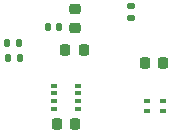
<source format=gbr>
%TF.GenerationSoftware,KiCad,Pcbnew,6.0.11-2627ca5db0~126~ubuntu22.04.1*%
%TF.CreationDate,2023-12-15T16:20:21+01:00*%
%TF.ProjectId,I2C_Module_SHT45_BME280_FUEL4EP,4932435f-4d6f-4647-956c-655f53485434,V1.1*%
%TF.SameCoordinates,Original*%
%TF.FileFunction,Paste,Top*%
%TF.FilePolarity,Positive*%
%FSLAX46Y46*%
G04 Gerber Fmt 4.6, Leading zero omitted, Abs format (unit mm)*
G04 Created by KiCad (PCBNEW 6.0.11-2627ca5db0~126~ubuntu22.04.1) date 2023-12-15 16:20:21*
%MOMM*%
%LPD*%
G01*
G04 APERTURE LIST*
G04 Aperture macros list*
%AMRoundRect*
0 Rectangle with rounded corners*
0 $1 Rounding radius*
0 $2 $3 $4 $5 $6 $7 $8 $9 X,Y pos of 4 corners*
0 Add a 4 corners polygon primitive as box body*
4,1,4,$2,$3,$4,$5,$6,$7,$8,$9,$2,$3,0*
0 Add four circle primitives for the rounded corners*
1,1,$1+$1,$2,$3*
1,1,$1+$1,$4,$5*
1,1,$1+$1,$6,$7*
1,1,$1+$1,$8,$9*
0 Add four rect primitives between the rounded corners*
20,1,$1+$1,$2,$3,$4,$5,0*
20,1,$1+$1,$4,$5,$6,$7,0*
20,1,$1+$1,$6,$7,$8,$9,0*
20,1,$1+$1,$8,$9,$2,$3,0*%
G04 Aperture macros list end*
%ADD10RoundRect,0.225000X0.250000X-0.225000X0.250000X0.225000X-0.250000X0.225000X-0.250000X-0.225000X0*%
%ADD11RoundRect,0.147500X-0.147500X-0.172500X0.147500X-0.172500X0.147500X0.172500X-0.147500X0.172500X0*%
%ADD12R,0.500000X0.350000*%
%ADD13RoundRect,0.225000X0.225000X0.250000X-0.225000X0.250000X-0.225000X-0.250000X0.225000X-0.250000X0*%
%ADD14RoundRect,0.135000X0.135000X0.185000X-0.135000X0.185000X-0.135000X-0.185000X0.135000X-0.185000X0*%
%ADD15RoundRect,0.135000X-0.185000X0.135000X-0.185000X-0.135000X0.185000X-0.135000X0.185000X0.135000X0*%
%ADD16R,0.500000X0.300000*%
%ADD17RoundRect,0.225000X-0.225000X-0.250000X0.225000X-0.250000X0.225000X0.250000X-0.225000X0.250000X0*%
G04 APERTURE END LIST*
D10*
%TO.C,C1*%
X12300000Y9975000D03*
X12300000Y11525000D03*
%TD*%
D11*
%TO.C,FB1*%
X10015000Y10000000D03*
X10985000Y10000000D03*
%TD*%
D12*
%TO.C,U1*%
X10525000Y3125000D03*
X10525000Y3775000D03*
X10525000Y4425000D03*
X10525000Y5075000D03*
X12575000Y5075000D03*
X12575000Y4425000D03*
X12575000Y3775000D03*
X12575000Y3125000D03*
%TD*%
D13*
%TO.C,C3*%
X13075000Y8100000D03*
X11525000Y8100000D03*
%TD*%
D14*
%TO.C,R1*%
X7622000Y8636000D03*
X6602000Y8636000D03*
%TD*%
D15*
%TO.C,R3*%
X17100000Y11810000D03*
X17100000Y10790000D03*
%TD*%
D16*
%TO.C,U2*%
X18425000Y3725000D03*
X18425000Y2925000D03*
X19825000Y2925000D03*
X19825000Y3725000D03*
%TD*%
D17*
%TO.C,C4*%
X10775000Y1800000D03*
X12325000Y1800000D03*
%TD*%
D14*
%TO.C,R2*%
X7642000Y7421000D03*
X6622000Y7421000D03*
%TD*%
D17*
%TO.C,C2*%
X18275000Y7000000D03*
X19825000Y7000000D03*
%TD*%
M02*

</source>
